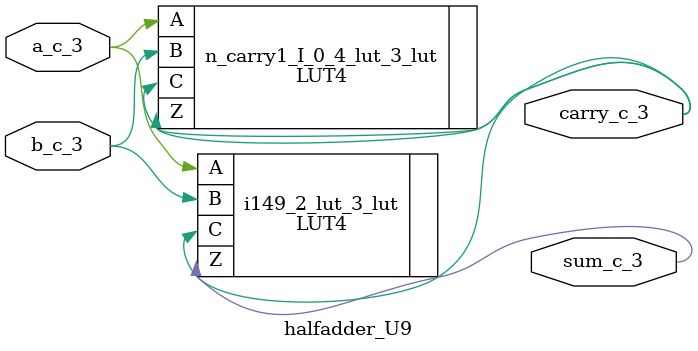
<source format=v>

module my_design (a, b, cin, sum, carry) /* synthesis syn_module_defined=1 */ ;   // d:/rtl_fpga/loop_generators/for_generator.v(7[8:17])
    input [14:0]a;   // d:/rtl_fpga/loop_generators/for_generator.v(9[19:20])
    input [14:0]b;   // d:/rtl_fpga/loop_generators/for_generator.v(9[22:23])
    input cin;   // d:/rtl_fpga/loop_generators/for_generator.v(10[10:13])
    output [14:0]sum;   // d:/rtl_fpga/loop_generators/for_generator.v(11[19:22])
    output [14:0]carry;   // d:/rtl_fpga/loop_generators/for_generator.v(11[24:29])
    
    
    wire a_c_14, a_c_13, a_c_12, a_c_11, a_c_10, a_c_9, a_c_8, 
        a_c_7, a_c_6, a_c_5, a_c_4, a_c_3, a_c_2, a_c_1, a_c_0, 
        b_c_14, b_c_13, b_c_12, b_c_11, b_c_10, b_c_9, b_c_8, 
        b_c_7, b_c_6, b_c_5, b_c_4, b_c_3, b_c_2, b_c_1, b_c_0, 
        cin_c, sum_c_14, sum_c_13, sum_c_12, sum_c_11, sum_c_10, 
        sum_c_9, sum_c_8, sum_c_7, sum_c_6, sum_c_5, sum_c_4, sum_c_3, 
        sum_c_2, sum_c_1, sum_c_0, carry_c_14, carry_c_13, carry_c_12, 
        carry_c_11, carry_c_10, carry_c_9, carry_c_8, carry_c_7, carry_c_6, 
        carry_c_5, carry_c_4, carry_c_3, carry_c_2, carry_c_1, carry_c_0, 
        VCC_net, GND_net;
    
    IB a_pad_3 (.I(a[3]), .O(a_c_3));   // d:/rtl_fpga/loop_generators/for_generator.v(9[19:20])
    full_adder_U35 \genblk1_10..u1  (.a_c_10(a_c_10), .carry_c_10(carry_c_10), 
            .b_c_10(b_c_10), .sum_c_10(sum_c_10)) /* synthesis syn_module_defined=1 */ ;   // d:/rtl_fpga/loop_generators/for_generator.v(21[22:92])
    full_adder_U29 \genblk1_2..u1  (.a_c_2(a_c_2), .b_c_2(b_c_2), .carry_c_2(carry_c_2), 
            .sum_c_2(sum_c_2)) /* synthesis syn_module_defined=1 */ ;   // d:/rtl_fpga/loop_generators/for_generator.v(21[22:92])
    IB a_pad_4 (.I(a[4]), .O(a_c_4));   // d:/rtl_fpga/loop_generators/for_generator.v(9[19:20])
    IB a_pad_5 (.I(a[5]), .O(a_c_5));   // d:/rtl_fpga/loop_generators/for_generator.v(9[19:20])
    IB a_pad_6 (.I(a[6]), .O(a_c_6));   // d:/rtl_fpga/loop_generators/for_generator.v(9[19:20])
    IB a_pad_7 (.I(a[7]), .O(a_c_7));   // d:/rtl_fpga/loop_generators/for_generator.v(9[19:20])
    IB a_pad_8 (.I(a[8]), .O(a_c_8));   // d:/rtl_fpga/loop_generators/for_generator.v(9[19:20])
    IB a_pad_9 (.I(a[9]), .O(a_c_9));   // d:/rtl_fpga/loop_generators/for_generator.v(9[19:20])
    IB a_pad_10 (.I(a[10]), .O(a_c_10));   // d:/rtl_fpga/loop_generators/for_generator.v(9[19:20])
    IB a_pad_11 (.I(a[11]), .O(a_c_11));   // d:/rtl_fpga/loop_generators/for_generator.v(9[19:20])
    IB a_pad_12 (.I(a[12]), .O(a_c_12));   // d:/rtl_fpga/loop_generators/for_generator.v(9[19:20])
    IB a_pad_13 (.I(a[13]), .O(a_c_13));   // d:/rtl_fpga/loop_generators/for_generator.v(9[19:20])
    IB a_pad_14 (.I(a[14]), .O(a_c_14));   // d:/rtl_fpga/loop_generators/for_generator.v(9[19:20])
    OB carry_pad_0 (.I(carry_c_0), .O(carry[0]));   // d:/rtl_fpga/loop_generators/for_generator.v(11[24:29])
    OB carry_pad_1 (.I(carry_c_1), .O(carry[1]));   // d:/rtl_fpga/loop_generators/for_generator.v(11[24:29])
    OB carry_pad_2 (.I(carry_c_2), .O(carry[2]));   // d:/rtl_fpga/loop_generators/for_generator.v(11[24:29])
    OB carry_pad_3 (.I(carry_c_3), .O(carry[3]));   // d:/rtl_fpga/loop_generators/for_generator.v(11[24:29])
    OB carry_pad_4 (.I(carry_c_4), .O(carry[4]));   // d:/rtl_fpga/loop_generators/for_generator.v(11[24:29])
    full_adder_U30 \genblk1_1..u1  (.a_c_1(a_c_1), .b_c_1(b_c_1), .carry_c_1(carry_c_1), 
            .sum_c_1(sum_c_1)) /* synthesis syn_module_defined=1 */ ;   // d:/rtl_fpga/loop_generators/for_generator.v(21[22:92])
    OB carry_pad_5 (.I(carry_c_5), .O(carry[5]));   // d:/rtl_fpga/loop_generators/for_generator.v(11[24:29])
    OB carry_pad_6 (.I(carry_c_6), .O(carry[6]));   // d:/rtl_fpga/loop_generators/for_generator.v(11[24:29])
    OB carry_pad_7 (.I(carry_c_7), .O(carry[7]));   // d:/rtl_fpga/loop_generators/for_generator.v(11[24:29])
    OB carry_pad_8 (.I(carry_c_8), .O(carry[8]));   // d:/rtl_fpga/loop_generators/for_generator.v(11[24:29])
    OB carry_pad_9 (.I(carry_c_9), .O(carry[9]));   // d:/rtl_fpga/loop_generators/for_generator.v(11[24:29])
    OB carry_pad_10 (.I(carry_c_10), .O(carry[10]));   // d:/rtl_fpga/loop_generators/for_generator.v(11[24:29])
    IB cin_pad (.I(cin), .O(cin_c));   // d:/rtl_fpga/loop_generators/for_generator.v(10[10:13])
    OB carry_pad_11 (.I(carry_c_11), .O(carry[11]));   // d:/rtl_fpga/loop_generators/for_generator.v(11[24:29])
    IB b_pad_0 (.I(b[0]), .O(b_c_0));   // d:/rtl_fpga/loop_generators/for_generator.v(9[22:23])
    OB carry_pad_12 (.I(carry_c_12), .O(carry[12]));   // d:/rtl_fpga/loop_generators/for_generator.v(11[24:29])
    IB b_pad_1 (.I(b[1]), .O(b_c_1));   // d:/rtl_fpga/loop_generators/for_generator.v(9[22:23])
    OB carry_pad_13 (.I(carry_c_13), .O(carry[13]));   // d:/rtl_fpga/loop_generators/for_generator.v(11[24:29])
    IB b_pad_2 (.I(b[2]), .O(b_c_2));   // d:/rtl_fpga/loop_generators/for_generator.v(9[22:23])
    OB carry_pad_14 (.I(carry_c_14), .O(carry[14]));   // d:/rtl_fpga/loop_generators/for_generator.v(11[24:29])
    IB b_pad_3 (.I(b[3]), .O(b_c_3));   // d:/rtl_fpga/loop_generators/for_generator.v(9[22:23])
    OB sum_pad_0 (.I(sum_c_0), .O(sum[0]));   // d:/rtl_fpga/loop_generators/for_generator.v(11[19:22])
    IB b_pad_4 (.I(b[4]), .O(b_c_4));   // d:/rtl_fpga/loop_generators/for_generator.v(9[22:23])
    OB sum_pad_1 (.I(sum_c_1), .O(sum[1]));   // d:/rtl_fpga/loop_generators/for_generator.v(11[19:22])
    IB b_pad_5 (.I(b[5]), .O(b_c_5));   // d:/rtl_fpga/loop_generators/for_generator.v(9[22:23])
    full_adder_U26 \genblk1_5..u1  (.a_c_5(a_c_5), .b_c_5(b_c_5), .carry_c_5(carry_c_5), 
            .sum_c_5(sum_c_5)) /* synthesis syn_module_defined=1 */ ;   // d:/rtl_fpga/loop_generators/for_generator.v(21[22:92])
    OB sum_pad_2 (.I(sum_c_2), .O(sum[2]));   // d:/rtl_fpga/loop_generators/for_generator.v(11[19:22])
    IB b_pad_6 (.I(b[6]), .O(b_c_6));   // d:/rtl_fpga/loop_generators/for_generator.v(9[22:23])
    full_adder_U31 \genblk1_14..u1  (.a_c_14(a_c_14), .carry_c_14(carry_c_14), 
            .b_c_14(b_c_14), .sum_c_14(sum_c_14)) /* synthesis syn_module_defined=1 */ ;   // d:/rtl_fpga/loop_generators/for_generator.v(21[22:92])
    full_adder_U34 \genblk1_11..u1  (.a_c_11(a_c_11), .carry_c_11(carry_c_11), 
            .b_c_11(b_c_11), .sum_c_11(sum_c_11)) /* synthesis syn_module_defined=1 */ ;   // d:/rtl_fpga/loop_generators/for_generator.v(21[22:92])
    OB sum_pad_3 (.I(sum_c_3), .O(sum[3]));   // d:/rtl_fpga/loop_generators/for_generator.v(11[19:22])
    IB b_pad_7 (.I(b[7]), .O(b_c_7));   // d:/rtl_fpga/loop_generators/for_generator.v(9[22:23])
    OB sum_pad_4 (.I(sum_c_4), .O(sum[4]));   // d:/rtl_fpga/loop_generators/for_generator.v(11[19:22])
    IB b_pad_8 (.I(b[8]), .O(b_c_8));   // d:/rtl_fpga/loop_generators/for_generator.v(9[22:23])
    OB sum_pad_5 (.I(sum_c_5), .O(sum[5]));   // d:/rtl_fpga/loop_generators/for_generator.v(11[19:22])
    IB b_pad_9 (.I(b[9]), .O(b_c_9));   // d:/rtl_fpga/loop_generators/for_generator.v(9[22:23])
    OB sum_pad_6 (.I(sum_c_6), .O(sum[6]));   // d:/rtl_fpga/loop_generators/for_generator.v(11[19:22])
    IB b_pad_10 (.I(b[10]), .O(b_c_10));   // d:/rtl_fpga/loop_generators/for_generator.v(9[22:23])
    OB sum_pad_7 (.I(sum_c_7), .O(sum[7]));   // d:/rtl_fpga/loop_generators/for_generator.v(11[19:22])
    IB b_pad_11 (.I(b[11]), .O(b_c_11));   // d:/rtl_fpga/loop_generators/for_generator.v(9[22:23])
    OB sum_pad_8 (.I(sum_c_8), .O(sum[8]));   // d:/rtl_fpga/loop_generators/for_generator.v(11[19:22])
    IB b_pad_12 (.I(b[12]), .O(b_c_12));   // d:/rtl_fpga/loop_generators/for_generator.v(9[22:23])
    OB sum_pad_9 (.I(sum_c_9), .O(sum[9]));   // d:/rtl_fpga/loop_generators/for_generator.v(11[19:22])
    IB b_pad_13 (.I(b[13]), .O(b_c_13));   // d:/rtl_fpga/loop_generators/for_generator.v(9[22:23])
    OB sum_pad_10 (.I(sum_c_10), .O(sum[10]));   // d:/rtl_fpga/loop_generators/for_generator.v(11[19:22])
    IB b_pad_14 (.I(b[14]), .O(b_c_14));   // d:/rtl_fpga/loop_generators/for_generator.v(9[22:23])
    OB sum_pad_11 (.I(sum_c_11), .O(sum[11]));   // d:/rtl_fpga/loop_generators/for_generator.v(11[19:22])
    IB a_pad_0 (.I(a[0]), .O(a_c_0));   // d:/rtl_fpga/loop_generators/for_generator.v(9[19:20])
    OB sum_pad_12 (.I(sum_c_12), .O(sum[12]));   // d:/rtl_fpga/loop_generators/for_generator.v(11[19:22])
    IB a_pad_1 (.I(a[1]), .O(a_c_1));   // d:/rtl_fpga/loop_generators/for_generator.v(9[19:20])
    OB sum_pad_13 (.I(sum_c_13), .O(sum[13]));   // d:/rtl_fpga/loop_generators/for_generator.v(11[19:22])
    IB a_pad_2 (.I(a[2]), .O(a_c_2));   // d:/rtl_fpga/loop_generators/for_generator.v(9[19:20])
    OB sum_pad_14 (.I(sum_c_14), .O(sum[14]));   // d:/rtl_fpga/loop_generators/for_generator.v(11[19:22])
    GSR GSR_INST (.GSR(VCC_net));
    VLO i1273 (.Z(GND_net));
    full_adder_U22 \genblk1_9..u1  (.a_c_9(a_c_9), .carry_c_9(carry_c_9), 
            .b_c_9(b_c_9), .sum_c_9(sum_c_9)) /* synthesis syn_module_defined=1 */ ;   // d:/rtl_fpga/loop_generators/for_generator.v(21[22:92])
    full_adder_U24 \genblk1_7..u1  (.a_c_7(a_c_7), .b_c_7(b_c_7), .carry_c_7(carry_c_7), 
            .sum_c_7(sum_c_7)) /* synthesis syn_module_defined=1 */ ;   // d:/rtl_fpga/loop_generators/for_generator.v(21[22:92])
    full_adder_U23 \genblk1_8..u1  (.a_c_8(a_c_8), .carry_c_8(carry_c_8), 
            .b_c_8(b_c_8), .sum_c_8(sum_c_8)) /* synthesis syn_module_defined=1 */ ;   // d:/rtl_fpga/loop_generators/for_generator.v(21[22:92])
    full_adder_U33 \genblk1_12..u1  (.a_c_12(a_c_12), .carry_c_12(carry_c_12), 
            .b_c_12(b_c_12), .sum_c_12(sum_c_12)) /* synthesis syn_module_defined=1 */ ;   // d:/rtl_fpga/loop_generators/for_generator.v(21[22:92])
    full_adder_U25 \genblk1_6..u1  (.a_c_6(a_c_6), .b_c_6(b_c_6), .carry_c_6(carry_c_6), 
            .sum_c_6(sum_c_6)) /* synthesis syn_module_defined=1 */ ;   // d:/rtl_fpga/loop_generators/for_generator.v(21[22:92])
    full_adder_U27 \genblk1_4..u1  (.a_c_4(a_c_4), .b_c_4(b_c_4), .carry_c_4(carry_c_4), 
            .sum_c_4(sum_c_4)) /* synthesis syn_module_defined=1 */ ;   // d:/rtl_fpga/loop_generators/for_generator.v(21[22:92])
    full_adder u0 (.a_c_0(a_c_0), .cin_c(cin_c), .b_c_0(b_c_0), .sum_c_0(sum_c_0), 
            .carry_c_0(carry_c_0)) /* synthesis syn_module_defined=1 */ ;   // d:/rtl_fpga/loop_generators/for_generator.v(15[13:78])
    VHI i762 (.Z(VCC_net));
    full_adder_U32 \genblk1_13..u1  (.a_c_13(a_c_13), .carry_c_13(carry_c_13), 
            .b_c_13(b_c_13), .sum_c_13(sum_c_13)) /* synthesis syn_module_defined=1 */ ;   // d:/rtl_fpga/loop_generators/for_generator.v(21[22:92])
    PUR PUR_INST (.PUR(VCC_net));
    defparam PUR_INST.RST_PULSE = 1;
    full_adder_U28 \genblk1_3..u1  (.a_c_3(a_c_3), .b_c_3(b_c_3), .carry_c_3(carry_c_3), 
            .sum_c_3(sum_c_3)) /* synthesis syn_module_defined=1 */ ;   // d:/rtl_fpga/loop_generators/for_generator.v(21[22:92])
    
endmodule
//
// Verilog Description of module full_adder_U35
//

module full_adder_U35 (a_c_10, carry_c_10, b_c_10, sum_c_10) /* synthesis syn_module_defined=1 */ ;
    input a_c_10;
    output carry_c_10;
    input b_c_10;
    output sum_c_10;
    
    
    halfadder_U20 U2 (.a_c_10(a_c_10), .carry_c_10(carry_c_10), .b_c_10(b_c_10), 
            .sum_c_10(sum_c_10)) /* synthesis syn_module_defined=1 */ ;   // d:/rtl_fpga/loop_generators/full_adder.v(7[12:63])
    halfadder_U21 U1 (.a_c_10(a_c_10), .b_c_10(b_c_10), .carry_c_10(carry_c_10)) /* synthesis syn_module_defined=1 */ ;   // d:/rtl_fpga/loop_generators/full_adder.v(6[12:59])
    
endmodule
//
// Verilog Description of module halfadder_U20
//

module halfadder_U20 (a_c_10, carry_c_10, b_c_10, sum_c_10) /* synthesis syn_module_defined=1 */ ;
    input a_c_10;
    input carry_c_10;
    input b_c_10;
    output sum_c_10;
    
    
    LUT4 i198_3_lut (.A(a_c_10), .B(carry_c_10), .C(b_c_10), .Z(sum_c_10)) /* synthesis lut_function=(A (B (C)+!B !(C))+!A !(B (C)+!B !(C))) */ ;
    defparam i198_3_lut.init = 16'h9696;
    
endmodule
//
// Verilog Description of module halfadder_U21
//

module halfadder_U21 (a_c_10, b_c_10, carry_c_10) /* synthesis syn_module_defined=1 */ ;
    input a_c_10;
    input b_c_10;
    output carry_c_10;
    
    
    LUT4 n_carry1_I_0_4_lut_3_lut (.A(a_c_10), .B(b_c_10), .C(carry_c_10), 
         .Z(carry_c_10)) /* synthesis lut_function=(A (B+(C))+!A (B (C))) */ ;
    defparam n_carry1_I_0_4_lut_3_lut.init = 16'he8e8;
    
endmodule
//
// Verilog Description of module full_adder_U29
//

module full_adder_U29 (a_c_2, b_c_2, carry_c_2, sum_c_2) /* synthesis syn_module_defined=1 */ ;
    input a_c_2;
    input b_c_2;
    output carry_c_2;
    output sum_c_2;
    
    
    halfadder_U10 U1 (.a_c_2(a_c_2), .b_c_2(b_c_2), .carry_c_2(carry_c_2), 
            .sum_c_2(sum_c_2)) /* synthesis syn_module_defined=1 */ ;   // d:/rtl_fpga/loop_generators/full_adder.v(6[12:59])
    
endmodule
//
// Verilog Description of module halfadder_U10
//

module halfadder_U10 (a_c_2, b_c_2, carry_c_2, sum_c_2) /* synthesis syn_module_defined=1 */ ;
    input a_c_2;
    input b_c_2;
    output carry_c_2;
    output sum_c_2;
    
    
    LUT4 i142_2_lut_3_lut (.A(a_c_2), .B(b_c_2), .C(carry_c_2), .Z(sum_c_2)) /* synthesis lut_function=(A (B (C)+!B !(C))+!A !(B (C)+!B !(C))) */ ;
    defparam i142_2_lut_3_lut.init = 16'h9696;
    LUT4 n_carry1_I_0_4_lut_3_lut (.A(a_c_2), .B(b_c_2), .C(carry_c_2), 
         .Z(carry_c_2)) /* synthesis lut_function=(A (B+(C))+!A (B (C))) */ ;
    defparam n_carry1_I_0_4_lut_3_lut.init = 16'he8e8;
    
endmodule
//
// Verilog Description of module full_adder_U30
//

module full_adder_U30 (a_c_1, b_c_1, carry_c_1, sum_c_1) /* synthesis syn_module_defined=1 */ ;
    input a_c_1;
    input b_c_1;
    output carry_c_1;
    output sum_c_1;
    
    
    halfadder_U11 U1 (.a_c_1(a_c_1), .b_c_1(b_c_1), .carry_c_1(carry_c_1), 
            .sum_c_1(sum_c_1)) /* synthesis syn_module_defined=1 */ ;   // d:/rtl_fpga/loop_generators/full_adder.v(6[12:59])
    
endmodule
//
// Verilog Description of module halfadder_U11
//

module halfadder_U11 (a_c_1, b_c_1, carry_c_1, sum_c_1) /* synthesis syn_module_defined=1 */ ;
    input a_c_1;
    input b_c_1;
    output carry_c_1;
    output sum_c_1;
    
    
    LUT4 i135_2_lut_3_lut (.A(a_c_1), .B(b_c_1), .C(carry_c_1), .Z(sum_c_1)) /* synthesis lut_function=(A (B (C)+!B !(C))+!A !(B (C)+!B !(C))) */ ;
    defparam i135_2_lut_3_lut.init = 16'h9696;
    LUT4 n_carry1_I_0_4_lut_3_lut (.A(a_c_1), .B(b_c_1), .C(carry_c_1), 
         .Z(carry_c_1)) /* synthesis lut_function=(A (B+(C))+!A (B (C))) */ ;
    defparam n_carry1_I_0_4_lut_3_lut.init = 16'he8e8;
    
endmodule
//
// Verilog Description of module full_adder_U26
//

module full_adder_U26 (a_c_5, b_c_5, carry_c_5, sum_c_5) /* synthesis syn_module_defined=1 */ ;
    input a_c_5;
    input b_c_5;
    output carry_c_5;
    output sum_c_5;
    
    
    halfadder_U7 U1 (.a_c_5(a_c_5), .b_c_5(b_c_5), .carry_c_5(carry_c_5), 
            .sum_c_5(sum_c_5)) /* synthesis syn_module_defined=1 */ ;   // d:/rtl_fpga/loop_generators/full_adder.v(6[12:59])
    
endmodule
//
// Verilog Description of module halfadder_U7
//

module halfadder_U7 (a_c_5, b_c_5, carry_c_5, sum_c_5) /* synthesis syn_module_defined=1 */ ;
    input a_c_5;
    input b_c_5;
    output carry_c_5;
    output sum_c_5;
    
    
    LUT4 i163_2_lut_3_lut (.A(a_c_5), .B(b_c_5), .C(carry_c_5), .Z(sum_c_5)) /* synthesis lut_function=(A (B (C)+!B !(C))+!A !(B (C)+!B !(C))) */ ;
    defparam i163_2_lut_3_lut.init = 16'h9696;
    LUT4 n_carry1_I_0_4_lut_3_lut (.A(a_c_5), .B(b_c_5), .C(carry_c_5), 
         .Z(carry_c_5)) /* synthesis lut_function=(A (B+(C))+!A (B (C))) */ ;
    defparam n_carry1_I_0_4_lut_3_lut.init = 16'he8e8;
    
endmodule
//
// Verilog Description of module full_adder_U31
//

module full_adder_U31 (a_c_14, carry_c_14, b_c_14, sum_c_14) /* synthesis syn_module_defined=1 */ ;
    input a_c_14;
    output carry_c_14;
    input b_c_14;
    output sum_c_14;
    
    
    halfadder_U12 U2 (.a_c_14(a_c_14), .carry_c_14(carry_c_14), .b_c_14(b_c_14), 
            .sum_c_14(sum_c_14)) /* synthesis syn_module_defined=1 */ ;   // d:/rtl_fpga/loop_generators/full_adder.v(7[12:63])
    halfadder_U13 U1 (.a_c_14(a_c_14), .b_c_14(b_c_14), .carry_c_14(carry_c_14)) /* synthesis syn_module_defined=1 */ ;   // d:/rtl_fpga/loop_generators/full_adder.v(6[12:59])
    
endmodule
//
// Verilog Description of module halfadder_U12
//

module halfadder_U12 (a_c_14, carry_c_14, b_c_14, sum_c_14) /* synthesis syn_module_defined=1 */ ;
    input a_c_14;
    input carry_c_14;
    input b_c_14;
    output sum_c_14;
    
    
    LUT4 i226_3_lut (.A(a_c_14), .B(carry_c_14), .C(b_c_14), .Z(sum_c_14)) /* synthesis lut_function=(A (B (C)+!B !(C))+!A !(B (C)+!B !(C))) */ ;
    defparam i226_3_lut.init = 16'h9696;
    
endmodule
//
// Verilog Description of module halfadder_U13
//

module halfadder_U13 (a_c_14, b_c_14, carry_c_14) /* synthesis syn_module_defined=1 */ ;
    input a_c_14;
    input b_c_14;
    output carry_c_14;
    
    
    LUT4 n_carry1_I_0_4_lut_3_lut (.A(a_c_14), .B(b_c_14), .C(carry_c_14), 
         .Z(carry_c_14)) /* synthesis lut_function=(A (B+(C))+!A (B (C))) */ ;
    defparam n_carry1_I_0_4_lut_3_lut.init = 16'he8e8;
    
endmodule
//
// Verilog Description of module full_adder_U34
//

module full_adder_U34 (a_c_11, carry_c_11, b_c_11, sum_c_11) /* synthesis syn_module_defined=1 */ ;
    input a_c_11;
    output carry_c_11;
    input b_c_11;
    output sum_c_11;
    
    
    halfadder_U18 U2 (.a_c_11(a_c_11), .carry_c_11(carry_c_11), .b_c_11(b_c_11), 
            .sum_c_11(sum_c_11)) /* synthesis syn_module_defined=1 */ ;   // d:/rtl_fpga/loop_generators/full_adder.v(7[12:63])
    halfadder_U19 U1 (.a_c_11(a_c_11), .b_c_11(b_c_11), .carry_c_11(carry_c_11)) /* synthesis syn_module_defined=1 */ ;   // d:/rtl_fpga/loop_generators/full_adder.v(6[12:59])
    
endmodule
//
// Verilog Description of module halfadder_U18
//

module halfadder_U18 (a_c_11, carry_c_11, b_c_11, sum_c_11) /* synthesis syn_module_defined=1 */ ;
    input a_c_11;
    input carry_c_11;
    input b_c_11;
    output sum_c_11;
    
    
    LUT4 i205_3_lut (.A(a_c_11), .B(carry_c_11), .C(b_c_11), .Z(sum_c_11)) /* synthesis lut_function=(A (B (C)+!B !(C))+!A !(B (C)+!B !(C))) */ ;
    defparam i205_3_lut.init = 16'h9696;
    
endmodule
//
// Verilog Description of module halfadder_U19
//

module halfadder_U19 (a_c_11, b_c_11, carry_c_11) /* synthesis syn_module_defined=1 */ ;
    input a_c_11;
    input b_c_11;
    output carry_c_11;
    
    
    LUT4 n_carry1_I_0_4_lut_3_lut (.A(a_c_11), .B(b_c_11), .C(carry_c_11), 
         .Z(carry_c_11)) /* synthesis lut_function=(A (B+(C))+!A (B (C))) */ ;
    defparam n_carry1_I_0_4_lut_3_lut.init = 16'he8e8;
    
endmodule
//
// Verilog Description of module full_adder_U22
//

module full_adder_U22 (a_c_9, carry_c_9, b_c_9, sum_c_9) /* synthesis syn_module_defined=1 */ ;
    input a_c_9;
    output carry_c_9;
    input b_c_9;
    output sum_c_9;
    
    
    halfadder_U1 U2 (.a_c_9(a_c_9), .carry_c_9(carry_c_9), .b_c_9(b_c_9), 
            .sum_c_9(sum_c_9)) /* synthesis syn_module_defined=1 */ ;   // d:/rtl_fpga/loop_generators/full_adder.v(7[12:63])
    halfadder_U2 U1 (.a_c_9(a_c_9), .b_c_9(b_c_9), .carry_c_9(carry_c_9)) /* synthesis syn_module_defined=1 */ ;   // d:/rtl_fpga/loop_generators/full_adder.v(6[12:59])
    
endmodule
//
// Verilog Description of module halfadder_U1
//

module halfadder_U1 (a_c_9, carry_c_9, b_c_9, sum_c_9) /* synthesis syn_module_defined=1 */ ;
    input a_c_9;
    input carry_c_9;
    input b_c_9;
    output sum_c_9;
    
    
    LUT4 i191_3_lut (.A(a_c_9), .B(carry_c_9), .C(b_c_9), .Z(sum_c_9)) /* synthesis lut_function=(A (B (C)+!B !(C))+!A !(B (C)+!B !(C))) */ ;
    defparam i191_3_lut.init = 16'h9696;
    
endmodule
//
// Verilog Description of module halfadder_U2
//

module halfadder_U2 (a_c_9, b_c_9, carry_c_9) /* synthesis syn_module_defined=1 */ ;
    input a_c_9;
    input b_c_9;
    output carry_c_9;
    
    
    LUT4 n_carry1_I_0_4_lut_3_lut (.A(a_c_9), .B(b_c_9), .C(carry_c_9), 
         .Z(carry_c_9)) /* synthesis lut_function=(A (B+(C))+!A (B (C))) */ ;
    defparam n_carry1_I_0_4_lut_3_lut.init = 16'he8e8;
    
endmodule
//
// Verilog Description of module full_adder_U24
//

module full_adder_U24 (a_c_7, b_c_7, carry_c_7, sum_c_7) /* synthesis syn_module_defined=1 */ ;
    input a_c_7;
    input b_c_7;
    output carry_c_7;
    output sum_c_7;
    
    
    halfadder_U5 U1 (.a_c_7(a_c_7), .b_c_7(b_c_7), .carry_c_7(carry_c_7), 
            .sum_c_7(sum_c_7)) /* synthesis syn_module_defined=1 */ ;   // d:/rtl_fpga/loop_generators/full_adder.v(6[12:59])
    
endmodule
//
// Verilog Description of module halfadder_U5
//

module halfadder_U5 (a_c_7, b_c_7, carry_c_7, sum_c_7) /* synthesis syn_module_defined=1 */ ;
    input a_c_7;
    input b_c_7;
    output carry_c_7;
    output sum_c_7;
    
    
    LUT4 i177_2_lut_3_lut (.A(a_c_7), .B(b_c_7), .C(carry_c_7), .Z(sum_c_7)) /* synthesis lut_function=(A (B (C)+!B !(C))+!A !(B (C)+!B !(C))) */ ;
    defparam i177_2_lut_3_lut.init = 16'h9696;
    LUT4 n_carry1_I_0_4_lut_3_lut (.A(a_c_7), .B(b_c_7), .C(carry_c_7), 
         .Z(carry_c_7)) /* synthesis lut_function=(A (B+(C))+!A (B (C))) */ ;
    defparam n_carry1_I_0_4_lut_3_lut.init = 16'he8e8;
    
endmodule
//
// Verilog Description of module full_adder_U23
//

module full_adder_U23 (a_c_8, carry_c_8, b_c_8, sum_c_8) /* synthesis syn_module_defined=1 */ ;
    input a_c_8;
    output carry_c_8;
    input b_c_8;
    output sum_c_8;
    
    
    halfadder_U3 U2 (.a_c_8(a_c_8), .carry_c_8(carry_c_8), .b_c_8(b_c_8), 
            .sum_c_8(sum_c_8)) /* synthesis syn_module_defined=1 */ ;   // d:/rtl_fpga/loop_generators/full_adder.v(7[12:63])
    halfadder_U4 U1 (.a_c_8(a_c_8), .b_c_8(b_c_8), .carry_c_8(carry_c_8)) /* synthesis syn_module_defined=1 */ ;   // d:/rtl_fpga/loop_generators/full_adder.v(6[12:59])
    
endmodule
//
// Verilog Description of module halfadder_U3
//

module halfadder_U3 (a_c_8, carry_c_8, b_c_8, sum_c_8) /* synthesis syn_module_defined=1 */ ;
    input a_c_8;
    input carry_c_8;
    input b_c_8;
    output sum_c_8;
    
    
    LUT4 i184_3_lut (.A(a_c_8), .B(carry_c_8), .C(b_c_8), .Z(sum_c_8)) /* synthesis lut_function=(A (B (C)+!B !(C))+!A !(B (C)+!B !(C))) */ ;
    defparam i184_3_lut.init = 16'h9696;
    
endmodule
//
// Verilog Description of module halfadder_U4
//

module halfadder_U4 (a_c_8, b_c_8, carry_c_8) /* synthesis syn_module_defined=1 */ ;
    input a_c_8;
    input b_c_8;
    output carry_c_8;
    
    
    LUT4 n_carry1_I_0_4_lut_3_lut (.A(a_c_8), .B(b_c_8), .C(carry_c_8), 
         .Z(carry_c_8)) /* synthesis lut_function=(A (B+(C))+!A (B (C))) */ ;
    defparam n_carry1_I_0_4_lut_3_lut.init = 16'he8e8;
    
endmodule
//
// Verilog Description of module full_adder_U33
//

module full_adder_U33 (a_c_12, carry_c_12, b_c_12, sum_c_12) /* synthesis syn_module_defined=1 */ ;
    input a_c_12;
    output carry_c_12;
    input b_c_12;
    output sum_c_12;
    
    
    halfadder_U16 U2 (.a_c_12(a_c_12), .carry_c_12(carry_c_12), .b_c_12(b_c_12), 
            .sum_c_12(sum_c_12)) /* synthesis syn_module_defined=1 */ ;   // d:/rtl_fpga/loop_generators/full_adder.v(7[12:63])
    halfadder_U17 U1 (.a_c_12(a_c_12), .b_c_12(b_c_12), .carry_c_12(carry_c_12)) /* synthesis syn_module_defined=1 */ ;   // d:/rtl_fpga/loop_generators/full_adder.v(6[12:59])
    
endmodule
//
// Verilog Description of module halfadder_U16
//

module halfadder_U16 (a_c_12, carry_c_12, b_c_12, sum_c_12) /* synthesis syn_module_defined=1 */ ;
    input a_c_12;
    input carry_c_12;
    input b_c_12;
    output sum_c_12;
    
    
    LUT4 i212_3_lut (.A(a_c_12), .B(carry_c_12), .C(b_c_12), .Z(sum_c_12)) /* synthesis lut_function=(A (B (C)+!B !(C))+!A !(B (C)+!B !(C))) */ ;
    defparam i212_3_lut.init = 16'h9696;
    
endmodule
//
// Verilog Description of module halfadder_U17
//

module halfadder_U17 (a_c_12, b_c_12, carry_c_12) /* synthesis syn_module_defined=1 */ ;
    input a_c_12;
    input b_c_12;
    output carry_c_12;
    
    
    LUT4 n_carry1_I_0_4_lut_3_lut (.A(a_c_12), .B(b_c_12), .C(carry_c_12), 
         .Z(carry_c_12)) /* synthesis lut_function=(A (B+(C))+!A (B (C))) */ ;
    defparam n_carry1_I_0_4_lut_3_lut.init = 16'he8e8;
    
endmodule
//
// Verilog Description of module full_adder_U25
//

module full_adder_U25 (a_c_6, b_c_6, carry_c_6, sum_c_6) /* synthesis syn_module_defined=1 */ ;
    input a_c_6;
    input b_c_6;
    output carry_c_6;
    output sum_c_6;
    
    
    halfadder_U6 U1 (.a_c_6(a_c_6), .b_c_6(b_c_6), .carry_c_6(carry_c_6), 
            .sum_c_6(sum_c_6)) /* synthesis syn_module_defined=1 */ ;   // d:/rtl_fpga/loop_generators/full_adder.v(6[12:59])
    
endmodule
//
// Verilog Description of module halfadder_U6
//

module halfadder_U6 (a_c_6, b_c_6, carry_c_6, sum_c_6) /* synthesis syn_module_defined=1 */ ;
    input a_c_6;
    input b_c_6;
    output carry_c_6;
    output sum_c_6;
    
    
    LUT4 i170_2_lut_3_lut (.A(a_c_6), .B(b_c_6), .C(carry_c_6), .Z(sum_c_6)) /* synthesis lut_function=(A (B (C)+!B !(C))+!A !(B (C)+!B !(C))) */ ;
    defparam i170_2_lut_3_lut.init = 16'h9696;
    LUT4 n_carry1_I_0_4_lut_3_lut (.A(a_c_6), .B(b_c_6), .C(carry_c_6), 
         .Z(carry_c_6)) /* synthesis lut_function=(A (B+(C))+!A (B (C))) */ ;
    defparam n_carry1_I_0_4_lut_3_lut.init = 16'he8e8;
    
endmodule
//
// Verilog Description of module full_adder_U27
//

module full_adder_U27 (a_c_4, b_c_4, carry_c_4, sum_c_4) /* synthesis syn_module_defined=1 */ ;
    input a_c_4;
    input b_c_4;
    output carry_c_4;
    output sum_c_4;
    
    
    halfadder_U8 U1 (.a_c_4(a_c_4), .b_c_4(b_c_4), .carry_c_4(carry_c_4), 
            .sum_c_4(sum_c_4)) /* synthesis syn_module_defined=1 */ ;   // d:/rtl_fpga/loop_generators/full_adder.v(6[12:59])
    
endmodule
//
// Verilog Description of module halfadder_U8
//

module halfadder_U8 (a_c_4, b_c_4, carry_c_4, sum_c_4) /* synthesis syn_module_defined=1 */ ;
    input a_c_4;
    input b_c_4;
    output carry_c_4;
    output sum_c_4;
    
    
    LUT4 i156_2_lut_3_lut (.A(a_c_4), .B(b_c_4), .C(carry_c_4), .Z(sum_c_4)) /* synthesis lut_function=(A (B (C)+!B !(C))+!A !(B (C)+!B !(C))) */ ;
    defparam i156_2_lut_3_lut.init = 16'h9696;
    LUT4 n_carry1_I_0_4_lut_3_lut (.A(a_c_4), .B(b_c_4), .C(carry_c_4), 
         .Z(carry_c_4)) /* synthesis lut_function=(A (B+(C))+!A (B (C))) */ ;
    defparam n_carry1_I_0_4_lut_3_lut.init = 16'he8e8;
    
endmodule
//
// Verilog Description of module full_adder
//

module full_adder (a_c_0, cin_c, b_c_0, sum_c_0, carry_c_0) /* synthesis syn_module_defined=1 */ ;
    input a_c_0;
    input cin_c;
    input b_c_0;
    output sum_c_0;
    output carry_c_0;
    
    
    halfadder U2 (.a_c_0(a_c_0), .cin_c(cin_c), .b_c_0(b_c_0), .sum_c_0(sum_c_0)) /* synthesis syn_module_defined=1 */ ;   // d:/rtl_fpga/loop_generators/full_adder.v(7[12:63])
    halfadder_U0 U1 (.a_c_0(a_c_0), .b_c_0(b_c_0), .cin_c(cin_c), .carry_c_0(carry_c_0)) /* synthesis syn_module_defined=1 */ ;   // d:/rtl_fpga/loop_generators/full_adder.v(6[12:59])
    
endmodule
//
// Verilog Description of module halfadder
//

module halfadder (a_c_0, cin_c, b_c_0, sum_c_0) /* synthesis syn_module_defined=1 */ ;
    input a_c_0;
    input cin_c;
    input b_c_0;
    output sum_c_0;
    
    
    LUT4 i128_3_lut (.A(a_c_0), .B(cin_c), .C(b_c_0), .Z(sum_c_0)) /* synthesis lut_function=(A (B (C)+!B !(C))+!A !(B (C)+!B !(C))) */ ;
    defparam i128_3_lut.init = 16'h9696;
    
endmodule
//
// Verilog Description of module halfadder_U0
//

module halfadder_U0 (a_c_0, b_c_0, cin_c, carry_c_0) /* synthesis syn_module_defined=1 */ ;
    input a_c_0;
    input b_c_0;
    input cin_c;
    output carry_c_0;
    
    
    LUT4 n_carry1_I_0_4_lut_3_lut (.A(a_c_0), .B(b_c_0), .C(cin_c), .Z(carry_c_0)) /* synthesis lut_function=(A (B+(C))+!A (B (C))) */ ;
    defparam n_carry1_I_0_4_lut_3_lut.init = 16'he8e8;
    
endmodule
//
// Verilog Description of module full_adder_U32
//

module full_adder_U32 (a_c_13, carry_c_13, b_c_13, sum_c_13) /* synthesis syn_module_defined=1 */ ;
    input a_c_13;
    output carry_c_13;
    input b_c_13;
    output sum_c_13;
    
    
    halfadder_U14 U2 (.a_c_13(a_c_13), .carry_c_13(carry_c_13), .b_c_13(b_c_13), 
            .sum_c_13(sum_c_13)) /* synthesis syn_module_defined=1 */ ;   // d:/rtl_fpga/loop_generators/full_adder.v(7[12:63])
    halfadder_U15 U1 (.a_c_13(a_c_13), .b_c_13(b_c_13), .carry_c_13(carry_c_13)) /* synthesis syn_module_defined=1 */ ;   // d:/rtl_fpga/loop_generators/full_adder.v(6[12:59])
    
endmodule
//
// Verilog Description of module halfadder_U14
//

module halfadder_U14 (a_c_13, carry_c_13, b_c_13, sum_c_13) /* synthesis syn_module_defined=1 */ ;
    input a_c_13;
    input carry_c_13;
    input b_c_13;
    output sum_c_13;
    
    
    LUT4 i219_3_lut (.A(a_c_13), .B(carry_c_13), .C(b_c_13), .Z(sum_c_13)) /* synthesis lut_function=(A (B (C)+!B !(C))+!A !(B (C)+!B !(C))) */ ;
    defparam i219_3_lut.init = 16'h9696;
    
endmodule
//
// Verilog Description of module halfadder_U15
//

module halfadder_U15 (a_c_13, b_c_13, carry_c_13) /* synthesis syn_module_defined=1 */ ;
    input a_c_13;
    input b_c_13;
    output carry_c_13;
    
    
    LUT4 n_carry1_I_0_4_lut_3_lut (.A(a_c_13), .B(b_c_13), .C(carry_c_13), 
         .Z(carry_c_13)) /* synthesis lut_function=(A (B+(C))+!A (B (C))) */ ;
    defparam n_carry1_I_0_4_lut_3_lut.init = 16'he8e8;
    
endmodule
//
// Verilog Description of module PUR
// module not written out since it is a black-box. 
//

//
// Verilog Description of module full_adder_U28
//

module full_adder_U28 (a_c_3, b_c_3, carry_c_3, sum_c_3) /* synthesis syn_module_defined=1 */ ;
    input a_c_3;
    input b_c_3;
    output carry_c_3;
    output sum_c_3;
    
    
    halfadder_U9 U1 (.a_c_3(a_c_3), .b_c_3(b_c_3), .carry_c_3(carry_c_3), 
            .sum_c_3(sum_c_3)) /* synthesis syn_module_defined=1 */ ;   // d:/rtl_fpga/loop_generators/full_adder.v(6[12:59])
    
endmodule
//
// Verilog Description of module halfadder_U9
//

module halfadder_U9 (a_c_3, b_c_3, carry_c_3, sum_c_3) /* synthesis syn_module_defined=1 */ ;
    input a_c_3;
    input b_c_3;
    output carry_c_3;
    output sum_c_3;
    
    
    LUT4 i149_2_lut_3_lut (.A(a_c_3), .B(b_c_3), .C(carry_c_3), .Z(sum_c_3)) /* synthesis lut_function=(A (B (C)+!B !(C))+!A !(B (C)+!B !(C))) */ ;
    defparam i149_2_lut_3_lut.init = 16'h9696;
    LUT4 n_carry1_I_0_4_lut_3_lut (.A(a_c_3), .B(b_c_3), .C(carry_c_3), 
         .Z(carry_c_3)) /* synthesis lut_function=(A (B+(C))+!A (B (C))) */ ;
    defparam n_carry1_I_0_4_lut_3_lut.init = 16'he8e8;
    
endmodule

</source>
